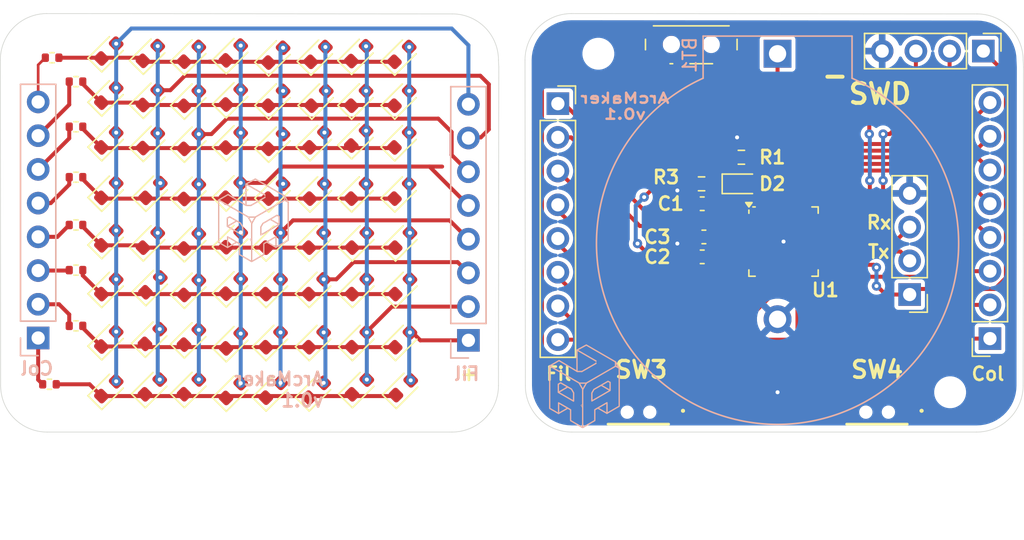
<source format=kicad_pcb>
(kicad_pcb (version 20241229) (generator "pcbnew") (generator_version "9.0")
  (layers (0 "F.Cu" signal) (2 "B.Cu" power) (13 "F.Paste" user) (15 "B.Paste" user) (5 "F.SilkS" user "F.Silkscreen") (7 "B.SilkS" user "B.Silkscreen") (1 "F.Mask" user) (3 "B.Mask" user) (25 "Edge.Cuts" user))
  (property "BRANCH" "master")
  (property "BUILD_DATE" "2025-12-04")
  (property "STATUS" "dirty")
  (property "TITLE" "MicroMatrix")
  (property "VERSION" "v0.1")
  (net 0 "")
  (net 1 "GND")
  (net 2 "Net-(BT1-+)")
  (net 3 "+3.3V")
  (net 4 "Net-(U1-NRST)")
  (net 5 "Net-(D2-A)")
  (net 6 "Net-(D2-K)")
  (net 7 "Net-(J1-Pin_4)")
  (net 8 "Net-(J1-Pin_2)")
  (net 9 "Net-(J1-Pin_5)")
  (net 10 "Net-(J1-Pin_1)")
  (net 11 "Net-(J1-Pin_3)")
  (net 12 "Net-(J1-Pin_8)")
  (net 13 "Net-(J1-Pin_6)")
  (net 14 "Net-(J1-Pin_7)")
  (net 15 "Net-(J2-Pin_5)")
  (net 16 "Net-(J2-Pin_3)")
  (net 17 "Net-(J2-Pin_6)")
  (net 18 "Net-(J2-Pin_7)")
  (net 19 "Net-(J2-Pin_4)")
  (net 20 "Net-(J2-Pin_1)")
  (net 21 "Net-(J2-Pin_8)")
  (net 22 "Net-(J2-Pin_2)")
  (net 23 "Net-(J3-Pin_3)")
  (net 24 "Net-(J3-Pin_2)")
  (net 25 "Net-(J4-Pin_3)")
  (net 26 "Net-(J4-Pin_2)")
  (net 27 "Net-(U1-BOOT0)")
  (net 33 "Net-(D10-A)")
  (net 34 "Net-(D11-K)")
  (net 35 "Net-(D12-K)")
  (net 36 "Net-(D13-K)")
  (net 37 "Net-(D14-K)")
  (net 38 "Net-(D15-K)")
  (net 39 "Net-(D16-K)")
  (net 40 "Net-(D17-K)")
  (net 41 "Net-(D10-K)")
  (net 42 "Net-(D11-A)")
  (net 43 "Net-(D19-A)")
  (net 44 "Net-(D27-A)")
  (net 45 "Net-(D35-A)")
  (net 46 "Net-(D36-A)")
  (net 47 "Net-(D37-A)")
  (net 48 "Net-(D38-A)")
  (net 49 "Net-(J6-Pin_6)")
  (net 50 "Net-(J6-Pin_7)")
  (net 51 "Net-(J6-Pin_2)")
  (net 52 "Net-(J6-Pin_8)")
  (net 53 "Net-(J6-Pin_4)")
  (net 54 "Net-(J6-Pin_3)")
  (net 55 "Net-(J6-Pin_5)")
  (net 56 "Net-(J6-Pin_1)")
  (net 57 "Net-(U1-PF0)")
  (net 58 "Net-(U1-PF1)")
  (footprint "LED_SMD:LED_0603_1608Metric" (layer "F.Cu") (at 128.845 80.865 45)
    (property "Reference" "D20" (hide yes))
    (property "Value" "LED")
  )
  (footprint "Connector_PinHeader_2.54mm:PinHeader_1x04_P2.54mm_Vertical" (layer "F.Cu") (at 188.5 77.3 -90)
    (property "Reference" "J3")
    (property "Value" "SWD")
  )
  (footprint "LED_SMD:LED_0603_1608Metric" (layer "F.Cu") (at 144.8075 102.656847 45)
    (property "Reference" "D66" (hide yes))
    (property "Value" "LED")
  )
  (footprint "Connector_PinSocket_2.54mm:PinSocket_1x08_P2.54mm_Vertical" (layer "F.Cu") (at 189 98.96 180)
    (property "Reference" "J2")
    (property "Value" "COLUMNAS")
  )
  (footprint "LED_SMD:LED_0603_1608Metric" (layer "F.Cu") (at 138.3075 83.993153 45)
    (property "Reference" "D44" (hide yes))
    (property "Value" "LED")
  )
  (footprint "LED_SMD:LED_0603_1608Metric" (layer "F.Cu") (at 125.900653 98.8 45)
    (property "Reference" "D17" (hide yes))
    (property "Value" "LED")
  )
  (footprint "LED_SMD:LED_0603_1608Metric" (layer "F.Cu") (at 141.500653 91.55 45)
    (property "Reference" "D53" (hide yes))
    (property "Value" "LED")
  )
  (footprint "LED_SMD:LED_0603_1608Metric" (layer "F.Cu") (at 132.000653 99.138694 45)
    (property "Reference" "D33" (hide yes))
    (property "Value" "LED")
  )
  (footprint "Resistor_SMD:R_0402_1005Metric" (layer "F.Cu") (at 120.15 93.8)
    (property "Reference" "R6" (hide yes))
    (property "Value" "220")
  )
  (footprint "LED_SMD:LED_0603_1608Metric" (layer "F.Cu") (at 141.443806 77.493153 45)
    (property "Reference" "D37" (hide yes))
    (property "Value" "LED")
  )
  (footprint "LED_SMD:LED_0603_1608Metric" (layer "F.Cu") (at 125.900653 102.6 45)
    (property "Reference" "D18" (hide yes))
    (property "Value" "LED")
  )
  (footprint "LED_SMD:LED_0603_1608Metric" (layer "F.Cu") (at 135.193806 80.856847 45)
    (property "Reference" "D39" (hide yes))
    (property "Value" "LED")
  )
  (footprint "LED_SMD:LED_0603_1608Metric" (layer "F.Cu") (at 141.443806 87.856847 45)
    (property "Reference" "D49" (hide yes))
    (property "Value" "LED")
  )
  (footprint "LED_SMD:LED_0603_1608Metric" (layer "F.Cu") (at 141.443806 83.856847 45)
    (property "Reference" "D45" (hide yes))
    (property "Value" "LED")
  )
  (footprint "LED_SMD:LED_0603_1608Metric" (layer "F.Cu") (at 138.250653 99.05 45)
    (property "Reference" "D60" (hide yes))
    (property "Value" "LED")
  )
  (footprint "LED_SMD:LED_0603_1608Metric" (layer "F.Cu") (at 128.845 102.591847 45)
    (property "Reference" "D26" (hide yes))
    (property "Value" "LED")
  )
  (footprint "LED_SMD:LED_0603_1608Metric" (layer "F.Cu") (at 128.845 87.885 45)
    (property "Reference" "D22" (hide yes))
    (property "Value" "LED")
  )
  (footprint "LED_SMD:LED_0603_1608Metric" (layer "F.Cu") (at 128.845 84.11 45)
    (property "Reference" "D21" (hide yes))
    (property "Value" "LED")
  )
  (footprint "LED_SMD:LED_0603_1608Metric" (layer "F.Cu") (at 125.750653 84.05 45)
    (property "Reference" "D13" (hide yes))
    (property "Value" "LED")
  )
  (footprint "LED_SMD:LED_0603_1608Metric" (layer "F.Cu") (at 132.000653 77.441847 45)
    (property "Reference" "D27" (hide yes))
    (property "Value" "LED")
  )
  (footprint "LED_SMD:LED_0603_1608Metric" (layer "F.Cu") (at 144.693806 77.549999 45)
    (property "Reference" "D38" (hide yes))
    (property "Value" "LED")
  )
  (footprint "LED_SMD:LED_0603_1608Metric" (layer "F.Cu") (at 122.62 98.996847 45)
    (property "Reference" "D9" (hide yes))
    (property "Value" "LED")
  )
  (footprint "LED_SMD:LED_0603_1608Metric" (layer "F.Cu") (at 122.62 87.8 45)
    (property "Reference" "D6" (hide yes))
    (property "Value" "LED")
  )
  (footprint "Resistor_SMD:R_0402_1005Metric" (layer "F.Cu") (at 120.15 86.8 180)
    (property "Reference" "R8" (hide yes))
    (property "Value" "220")
  )
  (footprint "LED_SMD:LED_0603_1608Metric" (layer "F.Cu") (at 122.62 84 45)
    (property "Reference" "D5" (hide yes))
    (property "Value" "LED")
  )
  (footprint "Resistor_SMD:R_0603_1608Metric" (layer "F.Cu") (at 167.275 87.3)
    (property "Reference" "R3")
    (property "Value" "120" (hide yes))
  )
  (footprint "LED_SMD:LED_0603_1608Metric" (layer "F.Cu") (at 135.000653 102.85 45)
    (property "Reference" "D63" (hide yes))
    (property "Value" "LED")
  )
  (footprint "LED_SMD:LED_0603_1608Metric" (layer "F.Cu") (at 141.443806 80.856847 45)
    (property "Reference" "D41" (hide yes))
    (property "Value" "LED")
  )
  (footprint "LED_SMD:LED_0603_1608Metric" (layer "F.Cu") (at 128.845 95.115 45)
    (property "Reference" "D24" (hide yes))
    (property "Value" "LED")
  )
  (footprint "Resistor_SMD:R_0402_1005Metric" (layer "F.Cu") (at 118.35 77.8 180)
    (property "Reference" "R11" (hide yes))
    (property "Value" "220")
  )
  (footprint "LED_SMD:LED_0603_1608Metric" (layer "F.Cu") (at 135.193806 84.106847 45)
    (property "Reference" "D43" (hide yes))
    (property "Value" "LED")
  )
  (footprint "LED_SMD:LED_0603_1608Metric" (layer "F.Cu") (at 135.000653 99.05 45)
    (property "Reference" "D59" (hide yes))
    (property "Value" "LED")
  )
  (footprint "LED_SMD:LED_0603_1608Metric" (layer "F.Cu") (at 135.000653 91.55 45)
    (property "Reference" "D51" (hide yes))
    (property "Value" "LED")
  )
  (footprint "LED_SMD:LED_0603_1608Metric" (layer "F.Cu") (at 135.193806 77.606847 45)
    (property "Reference" "D35" (hide yes))
    (property "Value" "LED")
  )
  (footprint "LED_SMD:LED_0603_1608Metric" (layer "F.Cu") (at 132.000653 80.766847 45)
    (property "Reference" "D28" (hide yes))
    (property "Value" "LED")
  )
  (footprint "Resistor_SMD:R_0402_1005Metric" (layer "F.Cu") (at 120.15 98)
    (property "Reference" "R5" (hide yes))
    (property "Value" "220")
  )
  (footprint "Capacitor_SMD:C_0603_1608Metric" (layer "F.Cu") (at 167.45 91.3 180)
    (property "Reference" "C3")
    (property "Value" "100n" (hide yes))
  )
  (footprint "LED_SMD:LED_0603_1608Metric" (layer "F.Cu") (at 141.500653 95.05 45)
    (property "Reference" "D57" (hide yes))
    (property "Value" "LED")
  )
  (footprint "Resistor_SMD:R_0603_1608Metric" (layer "F.Cu") (at 170.275 85.3)
    (property "Reference" "R1")
    (property "Value" "10k" (hide yes))
  )
  (footprint "LED_SMD:LED_0603_1608Metric" (layer "F.Cu") (at 144.693806 80.856847 45)
    (property "Reference" "D42" (hide yes))
    (property "Value" "LED")
  )
  (footprint "LED_SMD:LED_0603_1608Metric" (layer "F.Cu") (at 141.500653 99.05 45)
    (property "Reference" "D61" (hide yes))
    (property "Value" "LED")
  )
  (footprint "LED_SMD:LED_0603_1608Metric" (layer "F.Cu") (at 125.943153 87.8 45)
    (property "Reference" "D14" (hide yes))
    (property "Value" "LED")
  )
  (footprint "LED_SMD:LED_0603_1608Metric" (layer "F.Cu") (at 144.750653 95.05 45)
    (property "Reference" "D58" (hide yes))
    (property "Value" "LED")
  )
  (footprint "SamacSys_Parts:TS24CA" (layer "F.Cu") (at 162.525 104.5 180)
    (property "Reference" "SW3")
    (property "Value" "BT1" (hide yes))
  )
  (footprint "LED_SMD:LED_0603_1608Metric" (layer "F.Cu") (at 144.750653 91.55 45)
    (property "Reference" "D54" (hide yes))
    (property "Value" "LED")
  )
  (footprint "MountingHole:MountingHole_2mm" (layer "F.Cu") (at 159.5 77.5)
    (property "Reference" "H1")
    (property "Value" "MountingHole")
  )
  (footprint "LED_SMD:LED_0603_1608Metric" (layer "F.Cu") (at 125.750653 91.55 45)
    (property "Reference" "D15" (hide yes))
    (property "Value" "LED")
  )
  (footprint "LED_SMD:LED_0603_1608Metric" (layer "F.Cu") (at 135.000653 95.05 45)
    (property "Reference" "D55" (hide yes))
    (property "Value" "LED")
  )
  (footprint "Package_DFN_QFN:QFN-32-1EP_5x5mm_P0.5mm_EP3.45x3.45mm" (layer "F.Cu") (at 173.45 91.65)
    (property "Reference" "U1")
    (property "Value" "STM32F051K8Ux" (hide yes))
  )
  (footprint "LED_SMD:LED_0603_1608Metric" (layer "F.Cu") (at 122.62 102.731847 45)
    (property "Reference" "D10" (hide yes))
    (property "Value" "LED")
  )
  (footprint "LED_SMD:LED_0603_1608Metric" (layer "F.Cu") (at 132.000653 102.873694 45)
    (property "Reference" "D34" (hide yes))
    (property "Value" "LED")
  )
  (footprint "Connector_PinSocket_2.54mm:PinSocket_1x08_P2.54mm_Vertical" (layer "F.Cu") (at 156.45 81.26)
    (property "Reference" "J1")
    (property "Value" "FILAS")
  )
  (footprint "LED_SMD:LED_0603_1608Metric" (layer "F.Cu") (at 138.250653 95.05 45)
    (property "Reference" "D56" (hide yes))
    (property "Value" "LED")
  )
  (footprint "LED_SMD:LED_0603_1608Metric" (layer "F.Cu") (at 135.193806 87.856847 45)
    (property "Reference" "D47" (hide yes))
    (property "Value" "LED")
  )
  (footprint "Resistor_SMD:R_0402_1005Metric" (layer "F.Cu") (at 120.15 83 180)
    (property "Reference" "R9" (hide yes))
    (property "Value" "220")
  )
  (footprint "LED_SMD:LED_0603_1608Metric" (layer "F.Cu") (at 132.000653 91.516847 45)
    (property "Reference" "D31" (hide yes))
    (property "Value" "LED")
  )
  (footprint "Resistor_SMD:R_0402_1005Metric" (layer "F.Cu") (at 120.15 90.4)
    (property "Reference" "R7" (hide yes))
    (property "Value" "220")
  )
  (footprint "MountingHole:MountingHole_2mm" (layer "F.Cu") (at 186 103)
    (property "Reference" "H2")
    (property "Value" "MountingHole")
  )
  (footprint "LED_SMD:LED_0603_1608Metric" (layer "F.Cu") (at 128.845 91.615 45)
    (property "Reference" "D23" (hide yes))
    (property "Value" "LED")
  )
  (footprint "LED_SMD:LED_0603_1608Metric" (layer "F.Cu") (at 128.845 77.54 45)
    (property "Reference" "D19" (hide yes))
    (property "Value" "LED")
  )
  (footprint "LED_SMD:LED_0603_1608Metric" (layer "F.Cu") (at 138.3075 87.856847 45)
    (property "Reference" "D48" (hide yes))
    (property "Value" "LED")
  )
  (footprint "Button_Switch_SMD:SW_SPDT_PCM12" (layer "F.Cu") (at 166.5 77.13 180)
    (property "Reference" "SW2" (hide yes))
    (property "Value" "P_ON")
  )
  (footprint "LED_SMD:LED_0603_1608Metric" (layer "F.Cu") (at 132.000653 84.011847 45)
    (property "Reference" "D29" (hide yes))
    (property "Value" "LED")
  )
  (footprint "LED_SMD:LED_0603_1608Metric" (layer "F.Cu") (at 138.443806 80.856847 45)
    (property "Reference" "D40" (hide yes))
    (property "Value" "LED")
  )
  (footprint "LED_SMD:LED_0603_1608Metric" (layer "F.Cu") (at 122.62 91.375 45)
    (property "Reference" "D7" (hide yes))
    (property "Value" "LED")
  )
  (footprint "LED_SMD:LED_0603_1608Metric" (layer "F.Cu") (at 138.250653 91.55 45)
    (property "Reference" "D52" (hide yes))
    (property "Value" "LED")
  )
  (footprint "LED_SMD:LED_0603_1608Metric" (layer "F.Cu") (at 125.750653 80.805 45)
    (property "Reference" "D12" (hide yes))
    (property "Value" "LED")
  )
  (footprint "LED_SMD:LED_0603_1608Metric" (layer "F.Cu") (at 122.62 80.625 45)
    (property "Reference" "D4" (hide yes))
    (property "Value" "LED")
  )
  (footprint "LED_SMD:LED_0603_1608Metric" (layer "F.Cu") (at 122.62 77.3 45)
    (property "Reference" "D3" (hide yes))
    (property "Value" "LED")
  )
  (footprint "Resistor_SMD:R_0402_1005Metric" (layer "F.Cu") (at 120.15 79.6 180)
    (property "Reference" "R10" (hide yes))
    (property "Value" "220")
  )
  (footprint "LED_SMD:LED_0603_1608Metric" (layer "F.Cu") (at 132.000653 95.016847 45)
    (property "Reference" "D32" (hide yes))
    (property "Value" "LED")
  )
  (footprint "LED_SMD:LED_0603_1608Metric" (layer "F.Cu") (at 138.381958 77.55 45)
    (property "Reference" "D36" (hide yes))
    (property "Value" "LED")
  )
  (footprint "Capacitor_SMD:C_0603_1608Metric" (layer "F.Cu") (at 167.325 88.8 180)
    (property "Reference" "C1")
    (property "Value" "100n" (hide yes))
  )
  (footprint "Connector_PinHeader_2.54mm:PinHeader_1x04_P2.54mm_Vertical" (layer "F.Cu") (at 182.95 95.64 180)
    (property "Reference" "J4")
    (property "Value" "USART")
  )
  (footprint "LED_SMD:LED_0603_1608Metric" (layer "F.Cu") (at 170.3125 87.3)
    (property "Reference" "D2")
    (property "Value" "LED" (hide yes))
  )
  (footprint "LED_SMD:LED_0603_1608Metric" (layer "F.Cu") (at 144.750653 99.05 45)
    (property "Reference" "D62" (hide yes))
    (property "Value" "LED")
  )
  (footprint "Resistor_SMD:R_0402_1005Metric" (layer "F.Cu") (at 118.15 102.4)
    (property "Reference" "R4" (hide yes))
    (property "Value" "220")
  )
  (footprint "LED_SMD:LED_0603_1608Metric" (layer "F.Cu") (at 141.500653 102.6 45)
    (property "Reference" "D65" (hide yes))
    (property "Value" "LED")
  )
  (footprint "LED_SMD:LED_0603_1608Metric" (layer "F.Cu") (at 125.943153 94.91 45)
    (property "Reference" "D16" (hide yes))
    (property "Value" "LED")
  )
  (footprint "LED_SMD:LED_0603_1608Metric" (layer "F.Cu") (at 138.250653 102.85 45)
    (property "Reference" "D64" (hide yes))
    (property "Value" "LED")
  )
  (footprint "Capacitor_SMD:C_0603_1608Metric" (layer "F.Cu") (at 167.325 92.8 180)
    (property "Reference" "C2")
    (property "Value" "100n" (hide yes))
  )
  (footprint "LED_SMD:LED_0603_1608Metric" (layer "F.Cu") (at 122.62 95.05 45)
    (property "Reference" "D8" (hide yes))
    (property "Value" "LED")
  )
  (footprint "LED_SMD:LED_0603_1608Metric" (layer "F.Cu") (at 144.693806 84 45)
    (property "Reference" "D46" (hide yes))
    (property "Value" "LED")
  )
  (footprint "LED_SMD:LED_0603_1608Metric" (layer "F.Cu") (at 128.845 98.856847 45)
    (property "Reference" "D25" (hide yes))
    (property "Value" "LED")
  )
  (footprint "LED_SMD:LED_0603_1608Metric" (layer "F.Cu") (at 125.750653 77.48 45)
    (property "Reference" "D11" (hide yes))
    (property "Value" "LED")
  )
  (footprint "LED_SMD:LED_0603_1608Metric" (layer "F.Cu") (at 132.000653 87.786847 45)
    (property "Reference" "D30" (hide yes))
    (property "Value" "LED")
  )
  (footprint "SamacSys_Parts:TS24CA" (layer "F.Cu") (at 180.5 104.5 180)
    (property "Reference" "SW4")
    (property "Value" "BT2" (hide yes))
  )
  (footprint "LED_SMD:LED_0603_1608Metric" (layer "F.Cu") (at 144.693806 87.856847 45)
    (property "Reference" "D50" (hide yes))
    (property "Value" "LED")
  )
  (footprint "Battery:BatteryHolder_ComfortableElectronic_CH273-2450_1x2450" (layer "B.Cu") (at 173 77.5 -90)
    (property "Reference" "BT1")
    (property "Value" "CR2450")
  )
  (footprint "Connector_PinHeader_2.54mm:PinHeader_1x08_P2.54mm_Vertical" (layer "B.Cu") (at 149.710653 99.09)
    (property "Reference" "J5")
    (property "Value" "FILAS")
  )
  (footprint "Connector_PinHeader_2.54mm:PinHeader_1x08_P2.54mm_Vertical" (layer "B.Cu") (at 117.3 98.913153)
    (property "Reference" "J6")
    (property "Value" "COL")
  )
  (gr_line (start 158.073075 102.312662) (end 155.84447 101.025977) (stroke (width 0.1)) (layer "B.SilkS"))
  (gr_line (start 159.322578 100.646035) (end 159.322578 100.82358) (stroke (width 0.033072)) (layer "B.SilkS"))
  (gr_poly (pts (xy 157.88775 99.824397) (xy 157.891275 101.426455) (xy 156.537194 100.614737) (xy 155.834225 101.020596) (xy 155.834225 104.216738) (xy 156.50412 104.603502) (xy 156.50412 103.798954) (xy 157.408071 104.32085) (xy 157.408071 105.137671) (xy 158.316955 105.662416) (xy 159.231796 105.134232) (xy 159.231796 104.319302) (xy 160.150217 103.78905) (xy 160.150217 104.586489) (xy 161.07084 104.054967) (xy 161.07084 101.190291) (xy 160.797714 100.717222) (xy 158.592113 99.443818)) (stroke (width 0.1)) (fill no) (layer "B.SilkS"))
  (gr_line (start 131.565131 90.493699) (end 132.241393 90.103259) (stroke (width 0.1)) (layer "B.SilkS"))
  (gr_line (start 135.215972 92.085251) (end 134.528918 91.688581) (stroke (width 0.1)) (layer "B.SilkS"))
  (gr_line (start 134.387709 88.317279) (end 133.324479 88.931136) (stroke (width 0.1)) (layer "B.SilkS"))
  (gr_line (start 160.792869 101.028394) (end 160.792869 100.711483) (stroke (width 0.1)) (layer "B.SilkS"))
  (gr_line (start 134.387709 88.139734) (end 134.387709 88.317279) (stroke (width 0.033072)) (layer "B.SilkS"))
  (gr_line (start 131.572962 92.088372) (end 132.247901 91.698696) (stroke (width 0.1)) (layer "B.SilkS"))
  (gr_line (start 133.253032 91.472468) (end 133.381976 91.398022) (stroke (width 0.033072)) (layer "B.SilkS"))
  (gr_line (start 159.729849 102.48413) (end 160.367716 102.852402) (stroke (width 0.1)) (layer "B.SilkS"))
  (gr_line (start 135.866299 88.528077) (end 133.652246 89.806361) (stroke (width 0.1)) (layer "B.SilkS"))
  (gr_line (start 134.79498 89.977829) (end 135.432847 90.346101) (stroke (width 0.1)) (layer "B.SilkS"))
  (gr_poly (pts (xy 156.485522 102.392373) (xy 156.485522 103.006301) (xy 157.632731 103.668642) (xy 157.638014 103.04713) (xy 157.473962 102.762984) (xy 156.658784 102.292341)) (stroke (width 0.1)) (fill no) (layer "B.SilkS"))
  (gr_line (start 135.858 88.522093) (end 135.858 88.205182) (stroke (width 0.1)) (layer "B.SilkS"))
  (gr_line (start 133.382729 93.140685) (end 133.382729 90.268307) (stroke (width 0.1)) (layer "B.SilkS"))
  (gr_line (start 158.327378 102.782793) (end 158.059092 102.318108) (stroke (width 0.1)) (layer "B.SilkS"))
  (gr_line (start 133.652246 89.806361) (end 133.138206 89.806361) (stroke (width 0.1)) (layer "B.SilkS"))
  (gr_poly (pts (xy 134.228792 90.283059) (xy 134.075738 90.548157) (xy 134.075738 91.151353) (xy 135.448867 90.358576) (xy 135.448867 89.748005) (xy 135.291307 89.669616)) (stroke (width 0.1)) (fill no) (layer "B.SilkS"))
  (gr_line (start 160.801168 101.034378) (end 158.587115 102.312662) (stroke (width 0.1)) (layer "B.SilkS"))
  (gr_line (start 133.383784 91.698937) (end 133.253032 91.472468) (stroke (width 0.033072)) (layer "B.SilkS"))
  (gr_poly (pts (xy 132.952881 87.318096) (xy 132.956406 88.920154) (xy 131.602325 88.108436) (xy 130.899356 88.514295) (xy 130.899356 91.710437) (xy 131.569251 92.097201) (xy 131.569251 91.292653) (xy 132.473202 91.814549) (xy 132.473202 92.63137) (xy 133.382086 93.156115) (xy 134.296927 92.627931) (xy 134.296927 91.813001) (xy 135.215348 91.282749) (xy 135.215348 92.080188) (xy 136.135971 91.548666) (xy 136.135971 88.68399) (xy 135.862845 88.210921) (xy 133.657244 86.937517)) (stroke (width 0.1)) (fill no) (layer "B.SilkS"))
  (gr_line (start 160.150841 104.591552) (end 159.463787 104.194882) (stroke (width 0.1)) (layer "B.SilkS"))
  (gr_line (start 156.5 103) (end 157.176262 102.60956) (stroke (width 0.1)) (layer "B.SilkS"))
  (gr_poly (pts (xy 131.550653 89.886072) (xy 131.550653 90.5) (xy 132.697862 91.162341) (xy 132.703145 90.540829) (xy 132.539093 90.256683) (xy 131.723915 89.78604)) (stroke (width 0.1)) (fill no) (layer "B.SilkS"))
  (gr_line (start 158.259348 101.437437) (end 157.907643 101.437437) (stroke (width 0.1)) (layer "B.SilkS"))
  (gr_line (start 158.59784 102.314341) (end 158.327378 102.782793) (stroke (width 0.1)) (layer "B.SilkS"))
  (gr_line (start 157.893745 99.821098) (end 159.322578 100.646035) (stroke (width 0.1)) (layer "B.SilkS"))
  (gr_line (start 159.322578 100.82358) (end 158.259348 101.437437) (stroke (width 0.1)) (layer "B.SilkS"))
  (gr_line (start 133.324479 88.931136) (end 132.972774 88.931136) (stroke (width 0.1)) (layer "B.SilkS"))
  (gr_line (start 158.317598 105.646986) (end 158.317598 102.774608) (stroke (width 0.1)) (layer "B.SilkS"))
  (gr_line (start 156.507831 104.594673) (end 157.18277 104.204997) (stroke (width 0.1)) (layer "B.SilkS"))
  (gr_poly (pts (xy 159.163661 102.78936) (xy 159.010607 103.054458) (xy 159.010607 103.657654) (xy 160.383736 102.864877) (xy 160.383736 102.254306) (xy 160.226176 102.175917)) (stroke (width 0.1)) (fill no) (layer "B.SilkS"))
  (gr_line (start 158.187901 103.978769) (end 158.316845 103.904323) (stroke (width 0.033072)) (layer "B.SilkS"))
  (gr_line (start 158.318653 104.205238) (end 158.187901 103.978769) (stroke (width 0.033072)) (layer "B.SilkS"))
  (gr_line (start 133.662971 89.80804) (end 133.392509 90.276492) (stroke (width 0.1)) (layer "B.SilkS"))
  (gr_line (start 161.073848 101.190617) (end 160.792869 101.028394) (stroke (width 0.1)) (layer "B.SilkS"))
  (gr_line (start 136.138979 88.684316) (end 135.858 88.522093) (stroke (width 0.1)) (layer "B.SilkS"))
  (gr_line (start 132.958876 87.314797) (end 134.387709 88.139734) (stroke (width 0.1)) (layer "B.SilkS"))
  (gr_line (start 133.138206 89.806361) (end 130.909601 88.519676) (stroke (width 0.1)) (layer "B.SilkS"))
  (gr_line (start 133.392509 90.276492) (end 133.124223 89.811807) (stroke (width 0.1)) (layer "B.SilkS"))
  (gr_line (start 158.587115 102.312662) (end 158.073075 102.312662) (stroke (width 0.1)) (layer "B.SilkS"))
  (gr_line (start 191.525125 78.5) (end 191.5 102.5) (stroke (width 0.05)) (layer "Edge.Cuts"))
  (gr_arc (start 151.974875 102.5) (mid 150.949749 104.974874) (end 148.474875 106) (stroke (width 0.05)) (layer "Edge.Cuts"))
  (gr_line (start 188 106) (end 157.5 106) (stroke (width 0.05)) (layer "Edge.Cuts"))
  (gr_line (start 151.97526 77.9749) (end 152 78.5) (stroke (width 0.05)) (layer "Edge.Cuts"))
  (gr_arc (start 157.5 106) (mid 155.025126 104.974874) (end 154 102.5) (stroke (width 0.05)) (layer "Edge.Cuts"))
  (gr_line (start 148.474875 106) (end 117.974875 106) (stroke (width 0.05)) (layer "Edge.Cuts"))
  (gr_line (start 191.500385 77.9749) (end 191.525125 78.5) (stroke (width 0.05)) (layer "Edge.Cuts"))
  (gr_arc (start 153.974874 77.974874) (mid 155 75.5) (end 157.474874 74.474874) (stroke (width 0.05)) (layer "Edge.Cuts"))
  (gr_arc (start 188.025126 74.499615) (mid 190.482505 75.517495) (end 191.500385 77.974874) (stroke (width 0.05)) (layer "Edge.Cuts"))
  (gr_arc (start 117.974875 106) (mid 115.500001 104.974874) (end 114.474875 102.5) (stroke (width 0.05)) (layer "Edge.Cuts"))
  (gr_arc (start 148.500001 74.499615) (mid 150.95738 75.517495) (end 151.97526 77.974874) (stroke (width 0.05)) (layer "Edge.Cuts"))
  (gr_arc (start 114.449749 77.974874) (mid 115.474875 75.5) (end 117.949749 74.474874) (stroke (width 0.05)) (layer "Edge.Cuts"))
  (gr_arc (start 191.5 102.5) (mid 190.474874 104.974874) (end 188 106) (stroke (width 0.05)) (layer "Edge.Cuts"))
  (gr_line (start 154 102.5) (end 153.974874 77.974874) (stroke (width 0.05)) (layer "Edge.Cuts"))
  (gr_line (start 152 78.5) (end 151.974875 102.5) (stroke (width 0.05)) (layer "Edge.Cuts"))
  (gr_line (start 157.4749 74.474874) (end 188.025126 74.499615) (stroke (width 0.05)) (layer "Edge.Cuts"))
  (gr_line (start 117.949775 74.474874) (end 148.500001 74.499615) (stroke (width 0.05)) (layer "Edge.Cuts"))
  (gr_line (start 114.474875 102.5) (end 114.449749 77.974874) (stroke (width 0.05)) (layer "Edge.Cuts"))
  (gr_text "+" (at 149 102.2 0) (layer "F.SilkS") (effects (font (size 1 1) (thickness 0.2) (bold yes)) (justify left bottom)))
  (gr_text "Tx" (at 179.7 93 0) (layer "F.SilkS") (effects (font (size 1 1) (thickness 0.2) (bold yes)) (justify left bottom)))
  (gr_text "Fil" (at 155.45 102.2 0) (layer "F.SilkS") (effects (font (size 1 1) (thickness 0.2) (bold yes)) (justify left bottom)))
  (gr_text "Rx" (at 179.6 90.8 0) (layer "F.SilkS") (effects (font (size 1 1) (thickness 0.2) (bold yes)) (justify left bottom)))
  (gr_text "-" (at 176.2 80 0) (layer "F.SilkS") (effects (font (size 1.5 1.5) (thickness 0.3) (bold yes)) (justify left bottom)))
  (gr_text "Col" (at 187.5 102.2 0) (layer "F.SilkS") (effects (font (size 1 1) (thickness 0.2) (bold yes)) (justify left bottom)))
  (gr_text "SWD" (at 178.2 81.4 0) (layer "F.SilkS") (effects (font (size 1.5 1.5) (thickness 0.3) (bold yes)) (justify left bottom)))
  (gr_text "Col" (at 118.55 101.8 0) (layer "B.SilkS") (effects (font (size 1 1) (thickness 0.2) (bold yes)) (justify left bottom mirror)))
  (gr_text "ArcMaker\n${VERSION}" (at 161.5 82.5 0) (layer "B.SilkS") (effects (font (size 0.75 1) (thickness 0.1875) (bold yes)) (justify bottom mirror)))
  (gr_text "Fil" (at 150.65 102.2 0) (layer "B.SilkS") (effects (font (size 1 1) (thickness 0.2) (bold yes)) (justify left bottom mirror)))
  (gr_text "ArcMaker\n${VERSION}" (at 138.900653 104.2 0) (layer "B.SilkS") (effects (font (size 1 1) (thickness 0.2) (bold yes)) (justify left bottom mirror)))
  (segment (start 166.55 92.175) (end 166.175 91.8) (width 0.3) (layer "F.Cu") (net 1))
  (segment (start 178.976 102.857521) (end 178.976 102.65) (width 0.3) (layer "F.Cu") (net 1))
  (segment (start 165.95 87.8) (end 166.45 87.3) (width 0.3) (layer "F.Cu") (net 1))
  (segment (start 166.175 91.8) (end 166.675 91.3) (width 0.3) (layer "F.Cu") (net 1))
  (segment (start 178.682521 103.151) (end 178.976 102.857521) (width 0.3) (layer "F.Cu") (net 1))
  (segment (start 169.45 85.3) (end 169.45 84.3) (width 0.3) (layer "F.Cu") (net 1))
  (segment (start 165.45 87.8) (end 165.95 87.8) (width 0.3) (layer "F.Cu") (net 1))
  (segment (start 164.2 102.95) (end 178.825 102.95) (width 0.3) (layer "F.Cu") (net 1))
  (segment (start 169.45 84.3) (end 169.95 83.8) (width 0.3) (layer "F.Cu") (net 1))
  (segment (start 165.45 91.8) (end 166.175 91.8) (width 0.3) (layer "F.Cu") (net 1))
  (segment (start 166.55 92.8) (end 166.55 92.175) (width 0.3) (layer "F.Cu") (net 1))
  (segment (start 166.55 88.8) (end 166.55 88.4) (width 0.3) (layer "F.Cu") (net 1))
  (segment (start 166.55 88.4) (end 165.95 87.8) (width 0.3) (layer "F.Cu") (net 1))
  (via (at 165.45 87.8) (size 0.7) (drill 0.3) (layers "F.Cu" "B.Cu") (net 1))
  (via (at 169.95 83.8) (size 0.7) (drill 0.3) (layers "F.Cu" "B.Cu") (net 1))
  (via (at 173 103) (size 0.7) (drill 0.3) (layers "F.Cu" "B.Cu") (net 1))
  (via (at 173.45 91.65) (size 0.7) (drill 0.3) (layers "F.Cu" "B.Cu") (net 1))
  (via (at 165.45 91.8) (size 0.7) (drill 0.3) (layers "F.Cu" "B.Cu") (net 1))
  (segment (start 167.5 79.5) (end 168 80) (width 0.3) (layer "F.Cu") (net 2))
  (segment (start 165.999 75.999) (end 167.5 77.5) (width 0.3) (layer "F.Cu") (net 2))
  (segment (start 168 80) (end 172.5 80) (width 0.3) (layer "F.Cu") (net 2))
  (segment (start 164.668215 75.999) (end 165.999 75.999) (width 0.3) (layer "F.Cu") (net 2))
  (segment (start 173 79.5) (end 173 77.5) (width 0.3) (layer "F.Cu") (net 2))
  (segment (start 164.25 78.56) (end 164.199 78.509) (width 0.3) (layer "F.Cu") (net 2))
  (segment (start 164.199 76.468215) (end 164.668215 75.999) (width 0.3) (layer "F.Cu") (net 2))
  (segment (start 172.5 80) (end 173 79.5) (width 0.3) (layer "F.Cu") (net 2))
  (segment (start 167.5 77.5) (end 167.5 79.5) (width 0.3) (layer "F.Cu") (net 2))
  (segment (start 164.199 78.509) (end 164.199 76.468215) (width 0.3) (layer "F.Cu") (net 2))
  (segment (start 165.75 78.56) (end 165.75 85.5) (width 0.3) (layer "F.Cu") (net 3))
  (segment (start 175.8875 93.4) (end 180.25 93.4) (width 0.3) (layer "F.Cu") (net 3))
  (segment (start 164.275 93.625) (end 162.45 91.8) (width 0.3) (layer "F.Cu") (net 3))
  (segment (start 180.25 93.4) (end 180.45 93.6) (width 0.3) (layer "F.Cu") (net 3))
  (segment (start 170.3125 87.9375) (end 169.45 88.8) (width 0.3) (layer "F.Cu") (net 3))
  (segment (start 164.95 86.3) (end 165.75 85.5) (width 0.3) (layer "F.Cu") (net 3))
  (segment (start 181.14 95.64) (end 181.61 95.64) (width 0.3) (layer "F.Cu") (net 3))
  (segment (start 169.05 92.8) (end 169.95 91.9) (width 0.3) (layer "F.Cu") (net 3))
  (segment (start 169.95 91.9) (end 171.0125 91.9) (width 0.3) (layer "F.Cu") (net 3))
  (segment (start 164.95 86.3) (end 169.81181 86.3) (width 0.3) (layer "F.Cu") (net 3))
  (segment (start 162.95 88.3) (end 164.95 86.3) (width 0.3) (layer "F.Cu") (net 3))
  (segment (start 183.37 95.22) (end 189.358471 95.22) (width 0.3) (layer "F.Cu") (net 3))
  (segment (start 180.45 94.95) (end 181.14 95.64) (width 0.3) (layer "F.Cu") (net 3))
  (segment (start 169.45 88.8) (end 170.55 89.9) (width 0.3) (layer "F.Cu") (net 3))
  (segment (start 182.95 95.64) (end 183.37 95.22) (width 0.3) (layer "F.Cu") (net 3))
  (segment (start 170.55 89.9) (end 171.0125 89.9) (width 0.3) (layer "F.Cu") (net 3))
  (segment (start 168.1 92.8) (end 167.275 93.625) (width 0.3) (layer "F.Cu") (net 3))
  (segment (start 190.201 79.001) (end 188.5 77.3) (width 0.3) (layer "F.Cu") (net 3))
  (segment (start 181.61 95.64) (end 182.95 95.64) (width 0.3) (layer "F.Cu") (net 3))
  (segment (start 169.81181 86.3) (end 170.3125 86.80069) (width 0.3) (layer "F.Cu") (net 3))
  (segment (start 167.275 93.625) (end 164.275 93.625) (width 0.3) (layer "F.Cu") (net 3))
  (segment (start 190.201 94.377471) (end 190.201 79.001) (width 0.3) (layer "F.Cu") (net 3))
  (segment (start 170.3125 86.80069) (end 170.3125 87.9375) (width 0.3) (layer "F.Cu") (net 3))
  (segment (start 189.358471 95.22) (end 190.201 94.377471) (width 0.3) (layer "F.Cu") (net 3))
  (segment (start 168.1 88.8) (end 169.45 88.8) (width 0.3) (layer "F.Cu") (net 3))
  (segment (start 168.1 92.8) (end 169.05 92.8) (width 0.3) (layer "F.Cu") (net 3))
  (via (at 180.45 95) (size 0.7) (drill 0.3) (layers "F.Cu" "B.Cu") (net 3))
  (via (at 180.45 93.6) (size 0.7) (drill 0.3) (layers "F.Cu" "B.Cu") (net 3))
  (via (at 162.45 91.8) (size 0.7) (drill 0.3) (layers "F.Cu" "B.Cu") (net 3))
  (via (at 162.95 88.3) (size 0.7) (drill 0.3) (layers "F.Cu" "B.Cu") (net 3))
  (segment (start 180.45 93.6) (end 180.45 95) (width 0.3) (layer "B.Cu") (net 3))
  (segment (start 162.316835 88.933165) (end 162.95 88.3) (width 0.3) (layer "B.Cu") (net 3))
  (segment (start 162.316835 88.933165) (end 162.316835 91.666835) (width 0.3) (layer "B.Cu") (net 3))
  (segment (start 162.316835 91.666835) (end 162.45 91.8) (width 0.3) (layer "B.Cu") (net 3))
  (segment (start 168.225 91.3) (end 168.325 91.4) (width 0.3) (layer "F.Cu") (net 4))
  (segment (start 168.325 91.4) (end 171.0125 91.4) (width 0.3) (layer "F.Cu") (net 4))
  (segment (start 171.1 88.6125) (end 171.7 89.2125) (width 0.3) (layer "F.Cu") (net 5))
  (segment (start 171.1 87.3) (end 171.1 88.6125) (width 0.3) (layer "F.Cu") (net 5))
  (segment (start 169.525 87.3) (end 168.1 87.3) (width 0.3) (layer "F.Cu") (net 6))
  (segment (start 162.95 95.8) (end 169.9875 95.8) (width 0.3) (layer "F.Cu") (net 7))
  (segment (start 156.45 88.88) (end 156.45 89.3) (width 0.3) (layer "F.Cu") (net 7))
  (segment (start 169.9875 95.8) (end 171.7 94.0875) (width 0.3) (layer "F.Cu") (net 7))
  (segment (start 156.45 89.3) (end 162.95 95.8) (width 0.3) (layer "F.Cu") (net 7))
  (segment (start 170.364214 92.9) (end 168.464214 94.8) (width 0.3) (layer "F.Cu") (net 8))
  (segment (start 159.45 90.8) (end 159.45 85.8) (width 0.3) (layer "F.Cu") (net 8))
  (segment (start 157.45 83.8) (end 156.45 83.8) (width 0.3) (layer "F.Cu") (net 8))
  (segment (start 168.464214 94.8) (end 163.45 94.8) (width 0.3) (layer "F.Cu") (net 8))
  (segment (start 159.45 85.8) (end 157.45 83.8) (width 0.3) (layer "F.Cu") (net 8))
  (segment (start 163.45 94.8) (end 159.45 90.8) (width 0.3) (layer "F.Cu") (net 8))
  (segment (start 171.0125 92.9) (end 170.364214 92.9) (width 0.3) (layer "F.Cu") (net 8))
  (segment (start 156.45 91.42) (end 156.45 91.8) (width 0.3) (layer "F.Cu") (net 9))
  (segment (start 170.510096 96.3) (end 172.2 94.610096) (width 0.3) (layer "F.Cu") (net 9))
  (segment (start 172.2 94.610096) (end 172.2 94.0875) (width 0.3) (layer "F.Cu") (net 9))
  (segment (start 160.95 96.3) (end 170.510096 96.3) (width 0.3) (layer "F.Cu") (net 9))
  (segment (start 156.45 91.8) (end 160.95 96.3) (width 0.3) (layer "F.Cu") (net 9))
  (segment (start 171.0125 92.4) (end 170.157106 92.4) (width 0.3) (layer "F.Cu") (net 10))
  (segment (start 170.157106 92.4) (end 168.257106 94.3) (width 0.3) (layer "F.Cu") (net 10))
  (segment (start 160.45 91.092894) (end 160.45 84.8) (width 0.3) (layer "F.Cu") (net 10))
  (segment (start 160.45 84.8) (end 156.91 81.26) (width 0.3) (layer "F.Cu") (net 10))
  (segment (start 163.657106 94.3) (end 160.45 91.092894) (width 0.3) (layer "F.Cu") (net 10))
  (segment (start 156.91 81.26) (end 156.45 81.26) (width 0.3) (layer "F.Cu") (net 10))
  (segment (start 168.257106 94.3) (end 163.657106 94.3) (width 0.3) (layer "F.Cu") (net 10))
  (segment (start 171.0125 93.4) (end 169.1125 95.3) (width 0.3) (layer "F.Cu") (net 11))
  (segment (start 158.45 88.3) (end 156.49 86.34) (width 0.3) (layer "F.Cu") (net 11))
  (segment (start 169.1125 95.3) (end 163.157106 95.3) (width 0.3) (layer "F.Cu") (net 11))
  (segment (start 156.49 86.34) (end 156.45 86.34) (width 0.3) (layer "F.Cu") (net 11))
  (segment (start 158.45 90.592894) (end 158.45 88.3) (width 0.3) (layer "F.Cu") (net 11))
  (segment (start 163.157106 95.3) (end 158.45 90.592894) (width 0.3) (layer "F.Cu") (net 11))
  (segment (start 174.5 98.5) (end 173.96 99.04) (width 0.3) (layer "F.Cu") (net 12))
  (segment (start 173.7 95.257106) (end 174.5 96.057106) (width 0.3) (layer "F.Cu") (net 12))
  (segment (start 174.5 96.057106) (end 174.5 98.5) (width 0.3) (layer "F.Cu") (net 12))
  (segment (start 173.7 94.0875) (end 173.7 95.257106) (width 0.3) (layer "F.Cu") (net 12))
  (segment (start 173.96 99.04) (end 156.45 99.04) (width 0.3) (layer "F.Cu") (net 12))
  (segment (start 170.717203 96.8) (end 172.7 94.817203) (width 0.3) (layer "F.Cu") (net 13))
  (segment (start 156.45 93.96) (end 156.45 94.3) (width 0.3) (layer "F.Cu") (net 13))
  (segment (start 156.45 94.3) (end 158.95 96.8) (width 0.3) (layer "F.Cu") (net 13))
  (segment (start 158.95 96.8) (end 170.717203 96.8) (width 0.3) (layer "F.Cu") (net 13))
  (segment (start 172.7 94.817203) (end 172.7 94.0875) (width 0.3) (layer "F.Cu") (net 13))
  (segment (start 173.2 95.05) (end 173.2 94.0875) (width 0.3) (layer "F.Cu") (net 14))
  (segment (start 156.45 96.5) (end 157.3 97.35) (width 0.3) (layer "F.Cu") (net 14))
  (segment (start 170.9 97.35) (end 173.2 95.05) (width 0.3) (layer "F.Cu") (net 14))
  (segment (start 157.3 97.35) (end 170.9 97.35) (width 0.3) (layer "F.Cu") (net 14))
  (segment (start 174.2 87.55) (end 175.95 85.8) (width 0.3) (layer "F.Cu") (net 15))
  (segment (start 174.2 89.2125) (end 174.2 87.55) (width 0.3) (layer "F.Cu") (net 15))
  (segment (start 186 85.8) (end 189 88.8) (width 0.3) (layer "F.Cu") (net 15))
  (segment (start 175.95 85.8) (end 186 85.8) (width 0.3) (layer "F.Cu") (net 15))
  (segment (start 186.53 94.3) (end 175.4125 94.3) (width 0.3) (layer "F.Cu") (net 16))
  (segment (start 186.95 93.88) (end 189 93.88) (width 0.3) (layer "F.Cu") (net 16))
  (segment (start 186.53 94.3) (end 186.95 93.88) (width 0.3) (layer "F.Cu") (net 16))
  (segment (start 175.4125 94.3) (end 175.2 94.0875) (width 0.3) (layer "F.Cu") (net 16))
  (segment (start 173.7 89.2125) (end 173.7 87.342894) (width 0.3) (layer "F.Cu") (net 17))
  (segment (start 175.742894 85.3) (end 188.04 85.3) (width 0.3) (layer "F.Cu") (net 17))
  (segment (start 173.7 87.342894) (end 175.742894 85.3) (width 0.3) (layer "F.Cu") (net 17))
  (segment (start 188.04 85.3) (end 189 86.26) (width 0.3) (layer "F.Cu") (net 17))
  (segment (start 187.92 84.8) (end 189 83.72) (width 0.3) (layer "F.Cu") (net 18))
  (segment (start 173.2 87.135788) (end 175.535788 84.8) (width 0.3) (layer "F.Cu") (net 18))
  (segment (start 175.535788 84.8) (end 187.92 84.8) (width 0.3) (layer "F.Cu") (net 18))
  (segment (start 173.2 89.2125) (end 173.2 87.135788) (width 0.3) (layer "F.Cu") (net 18))
  (segment (start 176.157106 86.3) (end 174.7 87.757106) (width 0.3) (layer "F.Cu") (net 19))
  (segment (start 183.96 86.3) (end 176.157106 86.3) (width 0.3) (layer "F.Cu") (net 19))
  (segment (start 174.7 87.757106) (end 174.7 89.2125) (width 0.3) (layer "F.Cu") (net 19))
  (segment (start 189 91.34) (end 183.96 86.3) (width 0.3) (layer "F.Cu") (net 19))
  (segment (start 174.2 94.0875) (end 174.2 94.9) (width 0.3) (layer "F.Cu") (net 20))
  (segment (start 174.2 94.9) (end 178.26 98.96) (width 0.3) (layer "F.Cu") (net 20))
  (segment (start 178.26 98.96) (end 189 98.96) (width 0.3) (layer "F.Cu") (net 20))
  (segment (start 185.88 84.3) (end 189 81.18) (width 0.3) (layer "F.Cu") (net 21))
  (segment (start 172.7 89.2125) (end 172.7 86.928681) (width 0.3) (layer "F.Cu") (net 21))
  (segment (start 172.7 86.928681) (end 175.328681 84.3) (width 0.3) (layer "F.Cu") (net 21))
  (segment (start 175.328681 84.3) (end 185.88 84.3) (width 0.3) (layer "F.Cu") (net 21))
  (segment (start 186.23 97.27) (end 187.08 96.42) (width 0.3) (layer "F.Cu") (net 22))
  (segment (start 174.7 94.0875) (end 174.7 94.610096) (width 0.3) (layer "F.Cu") (net 22))
  (segment (start 177.359904 97.27) (end 186.23 97.27) (width 0.3) (layer "F.Cu") (net 22))
  (segment (start 187.08 96.42) (end 189 96.42) (width 0.3) (layer "F.Cu") (net 22))
  (segment (start 174.7 94.610096) (end 177.359904 97.27) (width 0.3) (layer "F.Cu") (net 22))
  (segment (start 179.95 87.05) (end 179.95 88.8) (width 0.3) (layer "F.Cu") (net 23))
  (segment (start 179.91 82.59) (end 179.91 83.55) (width 0.3) (layer "F.Cu") (net 23))
  (segment (start 178.85 89.9) (end 175.8875 89.9) (width 0.3) (layer "F.Cu") (net 23))
  (segment (start 183.42 77.3) (end 183.42 79.08) (width 0.3) (layer "F.Cu") (net 23))
  (segment (start 179.95 83.65) (end 179.91 83.61) (width 0.3) (layer "F.Cu") (net 23))
  (segment (start 179.95 86.95) (end 179.95 87.05) (width 0.3) (layer "F.Cu") (net 23))
  (segment (start 179.95 88.8) (end 178.85 89.9) (width 0.3) (layer "F.Cu") (net 23))
  (segment (start 179.91 83.61) (end 179.91 83.55) (width 0.3) (layer "F.Cu") (net 23))
  (segment (start 183.42 79.08) (end 179.91 82.59) (width 0.3) (layer "F.Cu") (net 23))
  (via (at 179.95 87.05) (size 0.7) (drill 0.3) (layers "F.Cu" "B.Cu") (net 23))
  (via (at 179.91 83.55) (size 0.7) (drill 0.3) (layers "F.Cu" "B.Cu") (net 23))
  (segment (start 179.95 86.95) (end 179.95 83.65) (width 0.3) (layer "B.Cu") (net 23))
  (segment (start 185.96 77.3) (end 185.96 79.04) (width 0.3) (layer "F.Cu") (net 24))
  (segment (start 175.8875 90.4) (end 179.35 90.4) (width 0.3) (layer "F.Cu") (net 24))
  (segment (start 180.95 88.8) (end 180.95 87.05) (width 0.3) (layer "F.Cu") (net 24))
  (segment (start 185.96 79.04) (end 181.45 83.55) (width 0.3) (layer "F.Cu") (net 24))
  (segment (start 179.45 90.3) (end 180.95 88.8) (width 0.3) (layer "F.Cu") (net 24))
  (segment (start 179.35 90.4) (end 179.45 90.3) (width 0.3) (layer "F.Cu") (net 24))
  (segment (start 181.45 83.55) (end 180.95 83.55) (width 0.3) (layer "F.Cu") (net 24))
  (segment (start 180.95 87.05) (end 180.95 86.95) (width 0.3) (layer "F.Cu") (net 24))
  (segment (start 180.95 83.65) (end 180.95 83.55) (width 0.3) (layer "F.Cu") (net 24))
  (via (at 180.95 87.05) (size 0.7) (drill 0.3) (layers "F.Cu" "B.Cu") (net 24))
  (via (at 180.95 83.55) (size 0.7) (drill 0.3) (layers "F.Cu" "B.Cu") (net 24))
  (segment (start 180.95 86.95) (end 180.95 83.65) (width 0.3) (layer "B.Cu") (net 24))
  (segment (start 182.95 90.56) (end 181.61 91.9) (width 0.3) (layer "F.Cu") (net 25))
  (segment (start 181.61 91.9) (end 175.8875 91.9) (width 0.3) (layer "F.Cu") (net 25))
  (segment (start 182.95 93.1) (end 182.25 92.4) (width 0.3) (layer "F.Cu") (net 26))
  (segment (start 182.25 92.4) (end 175.8875 92.4) (width 0.3) (layer "F.Cu") (net 26))
  (segment (start 172.2 86.4) (end 172.2 89.2125) (width 0.3) (layer "F.Cu") (net 27))
  (segment (start 171.1 85.3) (end 172.2 86.4) (width 0.3) (layer "F.Cu") (net 27))
  (via (at 123.176847 87.243153) (size 0.7) (drill 0.3) (layers "F.Cu" "B.Cu") (net 33))
  (via (at 123.176847 94.493153) (size 0.7) (drill 0.3) (layers "F.Cu" "B.Cu") (net 33))
  (via (at 123.176847 80.068153) (size 0.7) (drill 0.3) (layers "F.Cu" "B.Cu") (net 33))
  (via (at 123.176847 83.443153) (size 0.7) (drill 0.3) (layers "F.Cu" "B.Cu") (net 33))
  (via (at 123.176847 76.743153) (size 0.7) (drill 0.3) (layers "F.Cu" "B.Cu") (net 33))
  (via (at 123.176847 90.818153) (size 0.7) (drill 0.3) (layers "F.Cu" "B.Cu") (net 33))
  (via (at 123.176847 98.44) (size 0.7) (drill 0.3) (layers "F.Cu" "B.Cu") (net 33))
  (via (at 123.176847 102.175) (size 0.7) (drill 0.3) (layers "F.Cu" "B.Cu") (net 33))
  (segment (start 124.32 75.6) (end 148.45 75.6) (width 0.3) (layer "B.Cu") (net 33))
  (segment (start 123.176847 76.743153) (end 124.32 75.6) (width 0.3) (layer "B.Cu") (net 33))
  (segment (start 123.176847 76.543153) (end 123.176847 102.175) (width 0.3) (layer "B.Cu") (net 33))
  (segment (start 148.45 75.6) (end 149.710653 76.860653) (width 0.3) (layer "B.Cu") (net 33))
  (segment (start 149.710653 76.860653) (end 149.710653 81.31) (width 0.3) (layer "B.Cu") (net 33))
  (segment (start 144.136959 78.106846) (end 125.263805 78.106846) (width 0.3) (layer "F.Cu") (net 34))
  (segment (start 125.263805 78.106846) (end 125.193806 78.036847) (width 0.3) (layer "F.Cu") (net 34))
  (segment (start 125.193806 78.036847) (end 124.956959 77.8) (width 0.3) (layer "F.Cu") (net 34))
  (segment (start 124.956959 77.8) (end 118.86 77.8) (width 0.3) (layer "F.Cu") (net 34))
  (segment (start 130.188153 78.096847) (end 130.6975 78.096847) (width 0.3) (layer "F.Cu") (net 34))
  (segment (start 120.66 79.778694) (end 122.063153 81.181847) (width 0.3) (layer "F.Cu") (net 35))
  (segment (start 125.013806 81.181847) (end 125.193806 81.361847) (width 0.3) (layer "F.Cu") (net 35))
  (segment (start 120.66 79.6) (end 120.66 79.778694) (width 0.3) (layer "F.Cu") (net 35))
  (segment (start 122.063153 81.181847) (end 125.013806 81.181847) (width 0.3) (layer "F.Cu") (net 35))
  (segment (start 144.085112 81.361847) (end 144.136959 81.413694) (width 0.3) (layer "F.Cu") (net 35))
  (segment (start 125.193806 81.361847) (end 144.085112 81.361847) (width 0.3) (layer "F.Cu") (net 35))
  (segment (start 122.063153 84.556847) (end 122.113153 84.606847) (width 0.3) (layer "F.Cu") (net 36))
  (segment (start 120.66 83.153694) (end 122.063153 84.556847) (width 0.3) (layer "F.Cu") (net 36))
  (segment (start 144.086959 84.606847) (end 144.136959 84.556847) (width 0.3) (layer "F.Cu") (net 36))
  (segment (start 122.113153 84.606847) (end 144.086959 84.606847) (width 0.3) (layer "F.Cu") (net 36))
  (segment (start 120.66 83) (end 120.66 83.153694) (width 0.3) (layer "F.Cu") (net 36))
  (segment (start 122.12 88.413694) (end 122.063153 88.356847) (width 0.3) (layer "F.Cu") (net 37))
  (segment (start 120.66 86.8) (end 120.66 86.953694) (width 0.3) (layer "F.Cu") (net 37))
  (segment (start 120.66 86.953694) (end 122.063153 88.356847) (width 0.3) (layer "F.Cu") (net 37))
  (segment (start 144.136959 88.413694) (end 122.12 88.413694) (width 0.3) (layer "F.Cu") (net 37))
  (segment (start 122.063153 91.931847) (end 125.018806 91.931847) (width 0.3) (layer "F.Cu") (net 38))
  (segment (start 120.66 90.528694) (end 122.063153 91.931847) (width 0.3) (layer "F.Cu") (net 38))
  (segment (start 125.193806 92.106847) (end 144.193806 92.106847) (width 0.3) (layer "F.Cu") (net 38))
  (segment (start 120.66 90.4) (end 120.66 90.528694) (width 0.3) (layer "F.Cu") (net 38))
  (segment (start 125.018806 91.931847) (end 125.193806 92.106847) (width 0.3) (layer "F.Cu") (net 38))
  (segment (start 122.063153 95.606847) (end 144.193806 95.606847) (width 0.3) (layer "F.Cu") (net 39))
  (segment (start 120.66 94.203694) (end 122.063153 95.606847) (width 0.3) (layer "F.Cu") (net 39))
  (segment (start 120.66 93.8) (end 120.66 94.203694) (width 0.3) (layer "F.Cu") (net 39))
  (segment (start 144.193806 99.606847) (end 144.186959 99.6) (width 0.3) (layer "F.Cu") (net 40))
  (segment (start 120.66 98.150541) (end 122.063153 99.553694) (width 0.3) (layer "F.Cu") (net 40))
  (segment (start 120.66 98) (end 120.66 98.150541) (width 0.3) (layer "F.Cu") (net 40))
  (segment (start 122.063153 99.553694) (end 125.146959 99.553694) (width 0.3) (layer "F.Cu") (net 40))
  (segment (start 125.146959 99.553694) (end 125.343806 99.356847) (width 0.3) (layer "F.Cu") (net 40))
  (segment (start 144.186959 99.6) (end 125.586959 99.6) (width 0.3) (layer "F.Cu") (net 40))
  (segment (start 144.175653 103.288694) (end 144.250653 103.213694) (width 0.3) (layer "F.Cu") (net 41))
  (segment (start 122.063153 103.288694) (end 144.175653 103.288694) (width 0.3) (layer "F.Cu") (net 41))
  (segment (start 118.66 102.4) (end 121.174459 102.4) (width 0.3) (layer "F.Cu") (net 41))
  (segment (start 121.174459 102.4) (end 122.063153 103.288694) (width 0.3) (layer "F.Cu") (net 41))
  (segment (start 126.3075 80.248153) (end 127.256847 80.248153) (width 0.3) (layer "F.Cu") (net 42))
  (segment (start 149.760653 83.8) (end 150.65 83.8) (width 0.3) (layer "F.Cu") (net 42))
  (segment (start 151.25 79.8) (end 150.609242 79.159242) (width 0.3) (layer "F.Cu") (net 42))
  (segment (start 150.609242 79.159242) (end 128.345758 79.159242) (width 0.3) (layer "F.Cu") (net 42))
  (segment (start 127.256847 80.248153) (end 128.345758 79.159242) (width 0.3) (layer "F.Cu") (net 42))
  (segment (start 150.65 83.8) (end 151.25 83.2) (width 0.3) (layer "F.Cu") (net 42))
  (segment (start 149.710653 83.85) (end 149.760653 83.8) (width 0.3) (layer "F.Cu") (net 42))
  (segment (start 151.25 83.2) (end 151.25 79.8) (width 0.3) (layer "F.Cu") (net 42))
  (via (at 126.3075 76.923153) (size 0.7) (drill 0.3) (layers "F.Cu" "B.Cu") (net 42))
  (via (at 126.4575 102.043153) (size 0.7) (drill 0.3) (layers "F.Cu" "B.Cu") (net 42))
  (via (at 126.4575 98.243153) (size 0.7) (drill 0.3) (layers "F.Cu" "B.Cu") (net 42))
  (via (at 126.3075 80.248153) (size 0.7) (drill 0.3) (layers "F.Cu" "B.Cu") (net 42))
  (via (at 126.5 94.353153) (size 0.7) (drill 0.3) (layers "F.Cu" "B.Cu") (net 42))
  (via (at 126.3075 90.993153) (size 0.7) (drill 0.3) (layers "F.Cu" "B.Cu") (net 42))
  (via (at 126.3075 83.493153) (size 0.7) (drill 0.3) (layers "F.Cu" "B.Cu") (net 42))
  (via (at 126.5 87.243153) (size 0.7) (drill 0.3) (layers "F.Cu" "B.Cu") (net 42))
  (segment (start 126.3075 76.723153) (end 126.3075 101.893153) (width 0.3) (layer "B.Cu") (net 42))
  (segment (start 126.3075 101.893153) (end 126.4575 102.043153) (width 0.3) (layer "B.Cu") (net 42))
  (segment (start 148.45 83.4) (end 147.441089 82.391089) (width 0.3) (layer "F.Cu") (net 43))
  (segment (start 130.351194 83.553153) (end 131.513258 82.391089) (width 0.3) (layer "F.Cu") (net 43))
  (segment (start 149.710653 86.39) (end 148.45 85.129347) (width 0.3) (layer "F.Cu") (net 43))
  (segment (start 129.401847 83.553153) (end 130.351194 83.553153) (width 0.3) (layer "F.Cu") (net 43))
  (segment (start 148.45 85.129347) (end 148.45 83.4) (width 0.3) (layer "F.Cu") (net 43))
  (segment (start 147.441089 82.391089) (end 131.513258 82.391089) (width 0.3) (layer "F.Cu") (net 43))
  (via (at 129.401847 98.3) (size 0.7) (drill 0.3) (layers "F.Cu" "B.Cu") (net 43))
  (via (at 129.401847 94.558153) (size 0.7) (drill 0.3) (layers "F.Cu" "B.Cu") (net 43))
  (via (at 129.401847 102.035) (size 0.7) (drill 0.3) (layers "F.Cu" "B.Cu") (net 43))
  (via (at 129.401847 87.328153) (size 0.7) (drill 0.3) (layers "F.Cu" "B.Cu") (net 43))
  (via (at 129.401847 91.058153) (size 0.7) (drill 0.3) (layers "F.Cu" "B.Cu") (net 43))
  (via (at 129.401847 83.553153) (size 0.7) (drill 0.3) (layers "F.Cu" "B.Cu") (net 43))
  (via (at 129.401847 76.983153) (size 0.7) (drill 0.3) (layers "F.Cu" "B.Cu") (net 43))
  (via (at 129.401847 80.308153) (size 0.7) (drill 0.3) (layers "F.Cu" "B.Cu") (net 43))
  (segment (start 129.401847 102.035) (end 129.401847 76.783153) (width 0.3) (layer "B.Cu") (net 43))
  (segment (start 149.710653 88.93) (end 146.780653 86) (width 0.3) (layer "F.Cu") (net 44))
  (segment (start 132.5575 87.23) (end 134.4575 87.23) (width 0.3) (layer "F.Cu") (net 44))
  (segment (start 134.4575 87.23) (end 135.6875 86) (width 0.3) (layer "F.Cu") (net 44))
  (segment (start 147.731306 86) (end 135.6875 86) (width 0.3) (layer "F.Cu") (net 44))
  (via (at 132.5575 76.885) (size 0.7) (drill 0.3) (layers "F.Cu" "B.Cu") (net 44))
  (via (at 132.5575 90.96) (size 0.7) (drill 0.3) (layers "F.Cu" "B.Cu") (net 44))
  (via (at 132.5575 98.581847) (size 0.7) (drill 0.3) (layers "F.Cu" "B.Cu") (net 44))
  (via (at 132.5575 83.455) (size 0.7) (drill 0.3) (layers "F.Cu" "B.Cu") (net 44))
  (via (at 132.5575 80.21) (size 0.7) (drill 0.3) (layers "F.Cu" "B.Cu") (net 44))
  (via (at 132.5575 102.316847) (size 0.7) (drill 0.3) (layers "F.Cu" "B.Cu") (net 44))
  (via (at 132.5575 87.23) (size 0.7) (drill 0.3) (layers "F.Cu" "B.Cu") (net 44))
  (via (at 132.5575 94.46) (size 0.7) (drill 0.3) (layers "F.Cu" "B.Cu") (net 44))
  (segment (start 132.5575 76.685) (end 132.5575 102.316847) (width 0.3) (layer "B.Cu") (net 44))
  (segment (start 135.5575 90.993153) (end 136.5 90.050653) (width 0.3) (layer "F.Cu") (net 45))
  (segment (start 136.5 90.050653) (end 148.291306 90.050653) (width 0.3) (layer "F.Cu") (net 45))
  (segment (start 148.291306 90.050653) (end 149.710653 91.47) (width 0.3) (layer "F.Cu") (net 45))
  (via (at 135.5575 102.293153) (size 0.7) (drill 0.3) (layers "F.Cu" "B.Cu") (net 45))
  (via (at 135.5575 94.493153) (size 0.7) (drill 0.3) (layers "F.Cu" "B.Cu") (net 45))
  (via (at 135.5575 98.493153) (size 0.7) (drill 0.3) (layers "F.Cu" "B.Cu") (net 45))
  (via (at 135.750653 80.3) (size 0.7) (drill 0.3) (layers "F.Cu" "B.Cu") (net 45))
  (via (at 135.750653 77.05) (size 0.7) (drill 0.3) (layers "F.Cu" "B.Cu") (net 45))
  (via (at 135.750653 87.3) (size 0.7) (drill 0.3) (layers "F.Cu" "B.Cu") (net 45))
  (via (at 135.5575 90.993153) (size 0.7) (drill 0.3) (layers "F.Cu" "B.Cu") (net 45))
  (via (at 135.750653 83.55) (size 0.7) (drill 0.3) (layers "F.Cu" "B.Cu") (net 45))
  (segment (start 135.5575 77.243153) (end 135.750653 77.05) (width 0.3) (layer "B.Cu") (net 45))
  (segment (start 135.5575 102.293153) (end 135.5575 77.043153) (width 0.3) (layer "B.Cu") (net 45))
  (segment (start 141.05 93.2) (end 148.900653 93.2) (width 0.3) (layer "F.Cu") (net 46))
  (segment (start 138.8075 94.493153) (end 139.756847 94.493153) (width 0.3) (layer "F.Cu") (net 46))
  (segment (start 139.756847 94.493153) (end 141.05 93.2) (width 0.3) (layer "F.Cu") (net 46))
  (segment (start 148.900653 93.2) (end 149.710653 94.01) (width 0.3) (layer "F.Cu") (net 46))
  (via (at 138.938805 76.993153) (size 0.7) (drill 0.3) (layers "F.Cu" "B.Cu") (net 46))
  (via (at 139.000653 80.3) (size 0.7) (drill 0.3) (layers "F.Cu" "B.Cu") (net 46))
  (via (at 138.8075 102.293153) (size 0.7) (drill 0.3) (layers "F.Cu" "B.Cu") (net 46))
  (via (at 138.8075 98.493153) (size 0.7) (drill 0.3) (layers "F.Cu" "B.Cu") (net 46))
  (via (at 138.8075 94.493153) (size 0.7) (drill 0.3) (layers "F.Cu" "B.Cu") (net 46))
  (via (at 138.864347 87.3) (size 0.7) (drill 0.3) (layers "F.Cu" "B.Cu") (net 46))
  (via (at 138.864347 83.436306) (size 0.7) (drill 0.3) (layers "F.Cu" "B.Cu") (net 46))
  (via (at 138.8075 90.993153) (size 0.7) (drill 0.3) (layers "F.Cu" "B.Cu") (net 46))
  (segment (start 138.938805 76.793153) (end 138.938805 102.161848) (width 0.3) (layer "B.Cu") (net 46))
  (segment (start 138.938805 102.161848) (end 138.8075 102.293153) (width 0.3) (layer "B.Cu") (net 46))
  (segment (start 143.95 96.55) (end 149.710653 96.55) (width 0.3) (layer "F.Cu") (net 47))
  (segment (start 142.0575 98.4425) (end 143.95 96.55) (width 0.3) (layer "F.Cu") (net 47))
  (segment (start 142.0575 98.493153) (end 142.0575 98.4425) (width 0.3) (layer "F.Cu") (net 47))
  (via (at 142.000653 87.3) (size 0.7) (drill 0.3) (layers "F.Cu" "B.Cu") (net 47))
  (via (at 142.000653 80.3) (size 0.7) (drill 0.3) (layers "F.Cu" "B.Cu") (net 47))
  (via (at 142.0575 98.493153) (size 0.7) (drill 0.3) (layers "F.Cu" "B.Cu") (net 47))
  (via (at 142.0575 90.993153) (size 0.7) (drill 0.3) (layers "F.Cu" "B.Cu") (net 47))
  (via (at 142.0575 102.043153) (size 0.7) (drill 0.3) (layers "F.Cu" "B.Cu") (net 47))
  (via (at 142.000653 76.936306) (size 0.7) (drill 0.3) (layers "F.Cu" "B.Cu") (net 47))
  (via (at 142.0575 94.493153) (size 0.7) (drill 0.3) (layers "F.Cu" "B.Cu") (net 47))
  (via (at 142.000653 83.3) (size 0.7) (drill 0.3) (layers "F.Cu" "B.Cu") (net 47))
  (segment (start 142.0575 76.993153) (end 142.000653 76.936306) (width 0.3) (layer "B.Cu") (net 47))
  (segment (start 142.0575 102.043153) (end 142.0575 76.793153) (width 0.3) (layer "B.Cu") (net 47))
  (segment (start 146.09 99.09) (end 149.710653 99.09) (width 0.3) (layer "F.Cu") (net 48))
  (segment (start 145.493153 98.493153) (end 146.09 99.09) (width 0.3) (layer "F.Cu") (net 48))
  (segment (start 145.3075 98.493153) (end 145.493153 98.493153) (width 0.3) (layer "F.Cu") (net 48))
  (via (at 145.3075 94.493153) (size 0.7) (drill 0.3) (layers "F.Cu" "B.Cu") (net 48))
  (via (at 145.250653 80.3) (size 0.7) (drill 0.3) (layers "F.Cu" "B.Cu") (net 48))
  (via (at 145.250653 87.3) (size 0.7) (drill 0.3) (layers "F.Cu" "B.Cu") (net 48))
  (via (at 145.250653 76.993152) (size 0.7) (drill 0.3) (layers "F.Cu" "B.Cu") (net 48))
  (via (at 145.364347 102.1) (size 0.7) (drill 0.3) (layers "F.Cu" "B.Cu") (net 48))
  (via (at 145.250653 83.443153) (size 0.7) (drill 0.3) (layers "F.Cu" "B.Cu") (net 48))
  (via (at 145.3075 90.993153) (size 0.7) (drill 0.3) (layers "F.Cu" "B.Cu") (net 48))
  (via (at 145.3075 98.493153) (size 0.7) (drill 0.3) (layers "F.Cu" "B.Cu") (net 48))
  (segment (start 145.250653 76.793152) (end 145.250653 101.986306) (width 0.3) (layer "B.Cu") (net 48))
  (segment (start 145.250653 101.986306) (end 145.364347 102.1) (width 0.3) (layer "B.Cu") (net 48))
  (segment (start 119.64 83) (end 119.64 83.873153) (width 0.3) (layer "F.Cu") (net 49))
  (segment (start 119.64 83.873153) (end 117.3 86.213153) (width 0.3) (layer "F.Cu") (net 49))
  (segment (start 119.64 81.333153) (end 117.3 83.673153) (width 0.3) (layer "F.Cu") (net 50))
  (segment (start 119.64 79.6) (end 119.64 81.333153) (width 0.3) (layer "F.Cu") (net 50))
  (segment (start 119.64 97.14) (end 119.64 98) (width 0.3) (layer "F.Cu") (net 51))
  (segment (start 118.873153 96.373153) (end 119.64 97.14) (width 0.3) (layer "F.Cu") (net 51))
  (segment (start 117.3 96.373153) (end 118.873153 96.373153) (width 0.3) (layer "F.Cu") (net 51))
  (segment (start 117.3 78.34) (end 117.84 77.8) (width 0.2) (layer "F.Cu") (net 52))
  (segment (start 117.3 81.133153) (end 117.3 78.34) (width 0.2) (layer "F.Cu") (net 52))
  (segment (start 118.746847 91.293153) (end 119.64 90.4) (width 0.3) (layer "F.Cu") (net 53))
  (segment (start 117.3 91.293153) (end 118.746847 91.293153) (width 0.3) (layer "F.Cu") (net 53))
  (segment (start 117.3 93.833153) (end 119.606847 93.833153) (width 0.3) (layer "F.Cu") (net 54))
  (segment (start 119.606847 93.833153) (end 119.64 93.8) (width 0.3) (layer "F.Cu") (net 54))
  (segment (start 118.246847 88.753153) (end 117.3 88.753153) (width 0.3) (layer "F.Cu") (net 55))
  (segment (start 119.64 86.8) (end 119.64 87.36) (width 0.3) (layer "F.Cu") (net 55))
  (segment (start 119.64 87.36) (end 118.246847 88.753153) (width 0.3) (layer "F.Cu") (net 55))
  (segment (start 117.3 102.06) (end 117.64 102.4) (width 0.3) (layer "F.Cu") (net 56))
  (segment (start 117.3 98.913153) (end 117.3 102.06) (width 0.3) (layer "F.Cu") (net 56))
  (segment (start 170.342893 90.4) (end 171.0125 90.4) (width 0.3) (layer "F.Cu") (net 57))
  (segment (start 163.275 89.625) (end 169.567893 89.625) (width 0.3) (layer "F.Cu") (net 57))
  (segment (start 155.802893 78.8) (end 157.157106 78.8) (width 0.3) (layer "F.Cu") (net 57))
  (segment (start 169.567893 89.625) (end 170.342893 90.4) (width 0.3) (layer "F.Cu") (net 57))
  (segment (start 154.75 100.55) (end 154.75 79.852893) (width 0.3) (layer "F.Cu") (net 57))
  (segment (start 160.725 102.65) (end 156.85 102.65) (width 0.3) (layer "F.Cu") (net 57))
  (segment (start 154.75 79.852893) (end 155.802893 78.8) (width 0.3) (layer "F.Cu") (net 57))
  (segment (start 161.95 83.592894) (end 161.95 88.3) (width 0.3) (layer "F.Cu") (net 57))
  (segment (start 156.85 102.65) (end 154.75 100.55) (width 0.3) (layer "F.Cu") (net 57))
  (segment (start 161.95 88.3) (end 163.275 89.625) (width 0.3) (layer "F.Cu") (net 57))
  (segment (start 157.157106 78.8) (end 161.95 83.592894) (width 0.3) (layer "F.Cu") (net 57))
  (segment (start 169.119408 90.9) (end 168.694408 90.475) (width 0.3) (layer "F.Cu") (net 58))
  (segment (start 160.95 88.8) (end 160.95 83.3) (width 0.3) (layer "F.Cu") (net 58))
  (segment (start 155.9 100.7) (end 179.925 100.7) (width 0.3) (layer "F.Cu") (net 58))
  (segment (start 155.25 100.05) (end 155.9 100.7) (width 0.3) (layer "F.Cu") (net 58))
  (segment (start 179.925 100.7) (end 182.175 102.95) (width 0.3) (layer "F.Cu") (net 58))
  (segment (start 171.0125 90.9) (end 169.119408 90.9) (width 0.3) (layer "F.Cu") (net 58))
  (segment (start 160.95 83.3) (end 157.45 79.8) (width 0.3) (layer "F.Cu") (net 58))
  (segment (start 168.694408 90.475) (end 162.625 90.475) (width 0.3) (layer "F.Cu") (net 58))
  (segment (start 155.25 80.059999) (end 155.25 100.05) (width 0.3) (layer "F.Cu") (net 58))
  (segment (start 157.45 79.8) (end 155.509999 79.8) (width 0.3) (layer "F.Cu") (net 58))
  (segment (start 155.509999 79.8) (end 155.25 80.059999) (width 0.3) (layer "F.Cu") (net 58))
  (segment (start 162.625 90.475) (end 160.95 88.8) (width 0.3) (layer "F.Cu") (net 58))
  (zone (net 1) (net_name "GND") (layer "B.Cu") (connect_pads (clearance 0.3)) (min_thickness 0.25) (fill yes (thermal_gap 0.5) (thermal_bridge_width 0.5))
    (polygon (pts (xy 154.036779 74.279698) (xy 191.536779 74.5) (xy 191.536779 106.279698) (xy 154.036779 105.779698)))
  )
)
</source>
